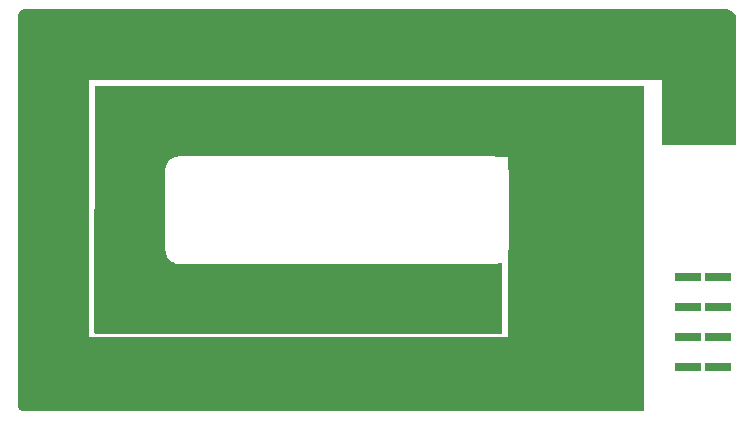
<source format=gbl>
G04*
G04 #@! TF.GenerationSoftware,Altium Limited,Altium Designer,18.1.7 (191)*
G04*
G04 Layer_Physical_Order=4*
G04 Layer_Color=16711680*
%FSLAX44Y44*%
%MOMM*%
G71*
G01*
G75*
%ADD18R,2.2900X0.7600*%
%ADD19C,0.5000*%
G36*
X332322Y169655D02*
X333771Y169055D01*
X335075Y168184D01*
X336184Y167075D01*
X337055Y165771D01*
X337655Y164322D01*
X337961Y162784D01*
X337961Y162000D01*
X337961Y55000D01*
X275000D01*
X275000Y110000D01*
X-210000Y110000D01*
X-210000Y-107700D01*
X145000Y-107700D01*
X145000Y-36194D01*
X145178Y-35763D01*
X145608Y-32500D01*
Y32500D01*
X145178Y35763D01*
X145000Y36194D01*
Y45000D01*
X136194D01*
X135763Y45178D01*
X132500Y45608D01*
X-132500D01*
X-135763Y45178D01*
X-136194Y45000D01*
X-136236D01*
X-137685Y44712D01*
X-137917Y44616D01*
X-138163Y44567D01*
X-139528Y44001D01*
X-139737Y43862D01*
X-139969Y43766D01*
X-141197Y42945D01*
X-141375Y42768D01*
X-141583Y42628D01*
X-142628Y41583D01*
X-142767Y41375D01*
X-142945Y41197D01*
X-143766Y39969D01*
X-143862Y39737D01*
X-144001Y39528D01*
X-144567Y38163D01*
X-144616Y37917D01*
X-144712Y37685D01*
X-145000Y36236D01*
Y35985D01*
X-145049Y35739D01*
Y33447D01*
X-145108Y33000D01*
X-145049Y32553D01*
Y18447D01*
X-145108Y18000D01*
X-145049Y17553D01*
Y447D01*
X-145108Y0D01*
X-145049Y-447D01*
Y-17553D01*
X-145108Y-18000D01*
X-145049Y-18447D01*
Y-32553D01*
X-145108Y-33000D01*
X-145049Y-33447D01*
X-145049Y-34612D01*
X-145000Y-34858D01*
Y-35109D01*
X-144664Y-36800D01*
X-144568Y-37032D01*
X-144519Y-37278D01*
X-143859Y-38870D01*
X-143720Y-39079D01*
X-143624Y-39311D01*
X-142666Y-40744D01*
X-142488Y-40921D01*
X-142349Y-41130D01*
X-141130Y-42349D01*
X-140921Y-42488D01*
X-140744Y-42666D01*
X-139311Y-43623D01*
X-139079Y-43720D01*
X-138960Y-43799D01*
X-138804Y-43919D01*
X-135763Y-45178D01*
X-132500Y-45608D01*
X132500D01*
X135763Y-45178D01*
X136194Y-45000D01*
X140000D01*
X140000Y-105000D01*
X-204295Y-105000D01*
X-205193Y-104101D01*
X-204947Y105000D01*
X260000Y105000D01*
X260000Y-169961D01*
X-265000Y-169961D01*
X-265489D01*
X-266447Y-169771D01*
X-267350Y-169396D01*
X-268162Y-168853D01*
X-268853Y-168162D01*
X-269396Y-167350D01*
X-269770Y-166447D01*
X-269961Y-165489D01*
Y-165000D01*
Y165000D01*
Y165488D01*
X-269770Y166447D01*
X-269396Y167350D01*
X-268853Y168162D01*
X-268163Y168853D01*
X-267350Y169396D01*
X-266447Y169770D01*
X-265489Y169961D01*
X-265000Y169961D01*
X330000Y169961D01*
X330000Y169961D01*
X330000Y169961D01*
X330784Y169961D01*
X332322Y169655D01*
D02*
G37*
D18*
X297300Y153100D02*
D03*
X322700D02*
D03*
X297300Y127700D02*
D03*
X322700D02*
D03*
X297300Y102300D02*
D03*
X322700D02*
D03*
X297300Y76900D02*
D03*
X322700D02*
D03*
Y-133100D02*
D03*
X297300D02*
D03*
X322700Y-107700D02*
D03*
X297300D02*
D03*
X322700Y-82300D02*
D03*
X297300D02*
D03*
X322700Y-56900D02*
D03*
X297300D02*
D03*
D19*
X120000Y115000D02*
D03*
Y125000D02*
D03*
Y135000D02*
D03*
X120000Y165000D02*
D03*
Y155000D02*
D03*
X120000Y145000D02*
D03*
X170000Y115000D02*
D03*
Y125000D02*
D03*
Y135000D02*
D03*
X170000Y165000D02*
D03*
Y155000D02*
D03*
X170000Y145000D02*
D03*
X215000Y115000D02*
D03*
Y125000D02*
D03*
Y135000D02*
D03*
X215000Y165000D02*
D03*
Y155000D02*
D03*
X215000Y145000D02*
D03*
X-120000Y-100000D02*
D03*
Y-90000D02*
D03*
Y-80000D02*
D03*
X-120000Y-50000D02*
D03*
Y-60000D02*
D03*
X-120000Y-70000D02*
D03*
X-70000Y-100000D02*
D03*
Y-90000D02*
D03*
Y-80000D02*
D03*
X-70000Y-50000D02*
D03*
Y-60000D02*
D03*
X-70000Y-70000D02*
D03*
X-25000Y-100000D02*
D03*
Y-90000D02*
D03*
Y-80000D02*
D03*
X-25000Y-50000D02*
D03*
Y-60000D02*
D03*
X-25000Y-70000D02*
D03*
X25000Y-100000D02*
D03*
Y-90000D02*
D03*
Y-80000D02*
D03*
X25000Y-50000D02*
D03*
Y-60000D02*
D03*
X25000Y-70000D02*
D03*
X70000D02*
D03*
X70000Y-60000D02*
D03*
Y-50000D02*
D03*
X70000Y-80000D02*
D03*
Y-90000D02*
D03*
Y-100000D02*
D03*
X120000Y-50000D02*
D03*
Y-60000D02*
D03*
Y-70000D02*
D03*
Y-80000D02*
D03*
Y-90000D02*
D03*
Y-100000D02*
D03*
X216000Y-115000D02*
D03*
X216000Y-125000D02*
D03*
Y-135000D02*
D03*
Y-145000D02*
D03*
Y-155000D02*
D03*
Y-165000D02*
D03*
X170000D02*
D03*
Y-155000D02*
D03*
Y-145000D02*
D03*
Y-135000D02*
D03*
Y-125000D02*
D03*
X235000Y-30000D02*
D03*
X225000D02*
D03*
X215000D02*
D03*
X205000D02*
D03*
X195000D02*
D03*
X185000D02*
D03*
X175000D02*
D03*
X165000D02*
D03*
X245000Y-165002D02*
D03*
Y-155000D02*
D03*
Y-145000D02*
D03*
Y-125000D02*
D03*
Y-115000D02*
D03*
X215000Y-15000D02*
D03*
X205000D02*
D03*
X195000Y-15000D02*
D03*
X185000D02*
D03*
X175000D02*
D03*
X165000Y-15000D02*
D03*
X160000Y-23000D02*
D03*
X170000D02*
D03*
X180000D02*
D03*
X190000D02*
D03*
X200000D02*
D03*
X210000D02*
D03*
X220000D02*
D03*
X230000D02*
D03*
X235000Y-15000D02*
D03*
X225000Y-15000D02*
D03*
X245000Y-135000D02*
D03*
X170000Y-115000D02*
D03*
M02*

</source>
